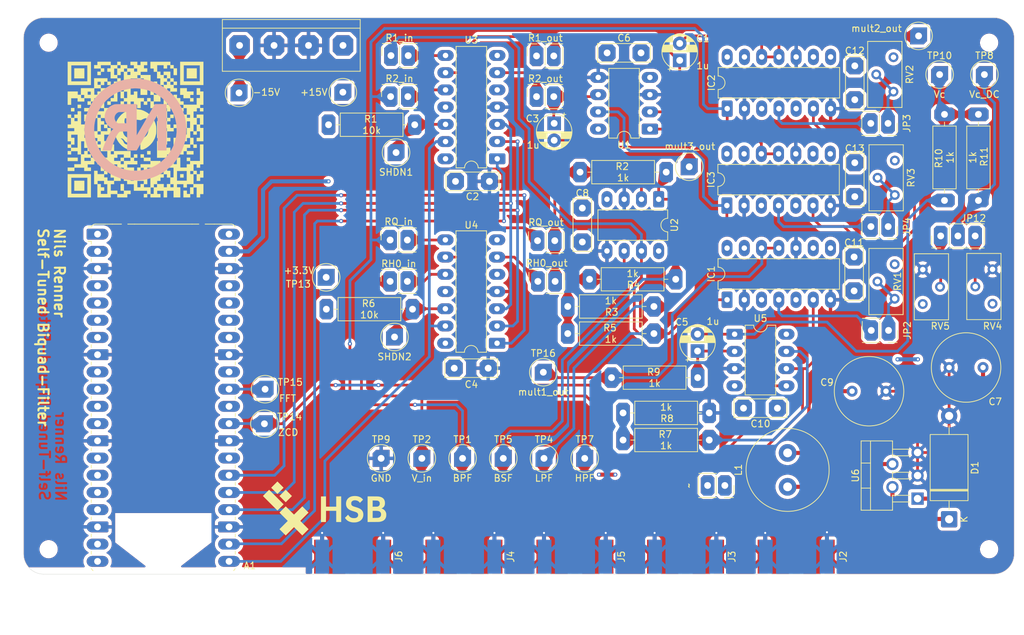
<source format=kicad_pcb>
(kicad_pcb (version 20241229) (generator "pcbnew") (generator_version "9.0")
  (layers (0 "F.Cu" signal) (4 "In1.Cu" power "GND") (6 "In2.Cu" power "PWR") (2 "B.Cu" signal) (13 "F.Paste" user) (15 "B.Paste" user) (5 "F.SilkS" user "F.Silkscreen") (7 "B.SilkS" user "B.Silkscreen") (1 "F.Mask" user) (3 "B.Mask" user) (25 "Edge.Cuts" user))
  (net 0 "")
  (net 1 "GND")
  (net 2 "MOSI")
  (net 3 "+3.3V")
  (net 4 "CS2")
  (net 5 "MISO")
  (net 6 "/ZCD")
  (net 7 "CS1")
  (net 8 "SCK")
  (net 9 "mult2_out")
  (net 10 "Net-(JP5-B)")
  (net 11 "mult3_out")
  (net 12 "Net-(JP9-B)")
  (net 13 "Net-(U5A--)")
  (net 14 "Net-(C5-Pad2)")
  (net 15 "-15V")
  (net 16 "+15V")
  (net 17 "mult1_out")
  (net 18 "unconnected-(IC1-NC_2-Pad5)")
  (net 19 "V_in")
  (net 23 "Net-(IC1-SCALE_FACTOR)")
  (net 24 "HPF")
  (net 25 "Vc")
  (net 26 "BPF")
  (net 29 "Net-(IC2-SCALE_FACTOR)")
  (net 33 "Net-(IC3-SCALE_FACTOR)")
  (net 37 "LPF")
  (net 38 "R1_in")
  (net 39 "Net-(JP2-A)")
  (net 40 "Net-(JP3-A)")
  (net 41 "Net-(JP4-A)")
  (net 42 "R1_out")
  (net 43 "R2_in")
  (net 44 "RQ_in")
  (net 45 "RH0_in")
  (net 46 "R2_out")
  (net 47 "Net-(JP10-B)")
  (net 48 "RQ_out")
  (net 49 "RH0_out")
  (net 50 "Net-(JP12-C)")
  (net 51 "Net-(JP12-A)")
  (net 52 "Net-(JP12-B)")
  (net 53 "Net-(U4-~SHDN)")
  (net 54 "Net-(U3-~SHDN)")
  (net 55 "Net-(U5B-+)")
  (net 56 "BSF")
  (net 57 "Net-(U2B--)")
  (net 85 "/FFT")
  (net 89 "Net-(D1-K)")
  (net 90 "Net-(JP13-A)")
  (footprint "000_OUF:TestPoint" (layer "F.Cu") (at 156.1 115.1)
    (property "Reference" "TP7" (hide yes))
    (property "Value" "HPF")
  )
  (footprint "001_CNC:BNC Edge Mount" (layer "F.Cu") (at 187.26 127.1 90)
    (property "Reference" "J2")
    (property "Value" "Conn_Coaxial")
  )
  (footprint "000_OUF:Resistor" (layer "F.Cu") (at 155.41 72.89)
    (property "Reference" "R2" (hide yes))
    (property "Value" "1k")
  )
  (footprint "000_OUF:TestPoint" (layer "F.Cu") (at 132.1 115.1)
    (property "Reference" "TP2" (hide yes))
    (property "Value" "V_in")
  )
  (footprint "000_OUF:TestPoint" (layer "F.Cu") (at 105.16 61.2 180)
    (property "Reference" "TP12" (hide yes))
    (property "Value" "-15V")
  )
  (footprint "000_OUF:Resistor" (layer "F.Cu") (at 118.35 65.9)
    (property "Reference" "R1" (hide yes))
    (property "Value" "10k")
  )
  (footprint "000_OUF:100nF" (layer "F.Cu") (at 137.06 74.25)
    (property "Reference" "C2" (hide yes))
    (property "Value" "100n" (hide yes))
  )
  (footprint "MountingHole:MountingHole_2.2mm_M2_DIN965" (layer "F.Cu") (at 215.7 53.8)
    (property "Reference" "H2" (hide yes))
    (property "Value" "MountingHole")
  )
  (footprint "000_OUF:DIP_14" (layer "F.Cu") (at 177.1 63.52 90)
    (property "Reference" "IC2")
    (property "Value" "MPY634KP")
  )
  (footprint "000_OUF:TestPoint" (layer "F.Cu") (at 108.9 110)
    (property "Reference" "TP14" (hide yes))
    (property "Value" "ZCD")
  )
  (footprint "000_OUF:TestPoint" (layer "F.Cu") (at 118 88.4 180)
    (property "Reference" "TP13" (hide yes))
    (property "Value" "+3.3V")
  )
  (footprint "000_OUF:DIP_14" (layer "F.Cu") (at 143.185 98.12 180)
    (property "Reference" "U4")
    (property "Value" "MCP4261-104E_P")
  )
  (footprint "000_OUF:Connector 2 Pin 2.54mm" (layer "F.Cu") (at 176.75 119.1 -90)
    (property "Reference" "JP13" (hide yes))
    (property "Value" "~")
  )
  (footprint "000_OUF:TestPoint" (layer "F.Cu") (at 215 58.5)
    (property "Reference" "TP8" (hide yes))
    (property "Value" "Vc_DC")
  )
  (footprint "000_OUF:100nF" (layer "F.Cu") (at 136.875 101.8)
    (property "Reference" "C4" (hide yes))
    (property "Value" "100n" (hide yes))
  )
  (footprint "000_OUF:TestPoint" (layer "F.Cu") (at 150.1 115.1)
    (property "Reference" "TP4" (hide yes))
    (property "Value" "LPF")
  )
  (footprint "000_OUF:Connector 2 Pin 2.54mm" (layer "F.Cu") (at 149 61.75 90)
    (property "Reference" "JP9" (hide yes))
    (property "Value" "R2_out")
  )
  (footprint "000_OUF:Resistor" (layer "F.Cu") (at 118.025 93.1)
    (property "Reference" "R6" (hide yes))
    (property "Value" "10k")
  )
  (footprint "000_OUF:DIP_8" (layer "F.Cu") (at 165.71 66.54 180)
    (property "Reference" "U1")
    (property "Value" "TL082")
  )
  (footprint "000_OUF:Terminal 4 Pol" (layer "F.Cu") (at 120.48 54.2 180)
    (property "Reference" "J1" (hide yes))
    (property "Value" "Screw_Terminal_01x04" (hide yes))
  )
  (footprint "000_OUF:1-10uF" (layer "F.Cu") (at 151.6 65.694888 -90)
    (property "Reference" "C3")
    (property "Value" "1u")
  )
  (footprint "000_OUF:TestPoint" (layer "F.Cu") (at 128.3 70)
    (property "Reference" "TP3" (hide yes))
    (property "Value" "SHDN1")
  )
  (footprint "000_OUF:100nF" (layer "F.Cu") (at 184.5 107.7 180)
    (property "Reference" "C10" (hide yes))
    (property "Value" "100n" (hide yes))
  )
  (footprint "000_OUF:Connector 2 Pin 2.54mm" (layer "F.Cu") (at 200.8 65.7 -90)
    (property "Reference" "JP3")
    (property "Value" "~" (hide yes))
  )
  (footprint "000_OUF:TestPoint" (layer "F.Cu") (at 138.1 115.1)
    (property "Reference" "TP1" (hide yes))
    (property "Value" "BPF")
  )
  (footprint "000_OUF:1-10uF" (layer "F.Cu") (at 170.1 56.405112 90)
    (property "Reference" "C1")
    (property "Value" "1u")
  )
  (footprint "000_OUF:1-10uF" (layer "F.Cu") (at 172.73 99.275113 90)
    (property "Reference" "C5")
    (property "Value" "1u")
  )
  (footprint "001_CNC:BNC Edge Mount" (layer "F.Cu") (at 121.9 127.1 90)
    (property "Reference" "J6")
    (property "Value" "Conn_Coaxial")
  )
  (footprint "000_OUF:TestPoint" (layer "F.Cu") (at 150 102.4)
    (property "Reference" "TP16" (hide yes))
    (property "Value" "mult1_out")
  )
  (footprint "000_OUF:Resistor" (layer "F.Cu") (at 174.45 108.4 180)
    (property "Reference" "R8" (hide yes))
    (property "Value" "1k")
  )
  (footprint "000_OUF:Connector 2 Pin 2.54mm" (layer "F.Cu") (at 149.2 89 90)
    (property "Reference" "JP11" (hide yes))
    (property "Value" "RH0_out")
  )
  (footprint "001_CNC:BNC Edge Mount" (layer "F.Cu") (at 138.3 127.1 90)
    (property "Reference" "J4")
    (property "Value" "Conn_Coaxial")
  )
  (footprint "Capacitor_THT:C_Radial_D10.0mm_H16.0mm_P5.00mm" (layer "F.Cu") (at 214.8 101.7 180)
    (property "Reference" "C7")
    (property "Value" "470uF")
  )
  (footprint "Potentiometer_THT:Potentiometer_Bourns_3296Y_Vertical" (layer "F.Cu") (at 201.6 61.02 -90)
    (property "Reference" "RV2")
    (property "Value" "10k")
  )
  (footprint "000_OUF:DIP_14" (layer "F.Cu") (at 177.08 91.71 90)
    (property "Reference" "IC1")
    (property "Value" "MPY634KP")
  )
  (footprint "000_OUF:DIP_14" (layer "F.Cu") (at 143.21 70.92 180)
    (property "Reference" "U3")
    (property "Value" "MCP4261-104E_P")
  )
  (footprint "000_OUF:Connector 2 Pin 2.54mm" (layer "F.Cu") (at 149 55.75 90)
    (property "Reference" "JP5" (hide yes))
    (property "Value" "R1_out")
  )
  (footprint "000_OUF:DIP_8" (layer "F.Cu") (at 178.19 96.79)
    (property "Reference" "U5")
    (property "Value" "TL082")
  )
  (footprint "000_OUF:TestPoint" (layer "F.Cu") (at 109 104.9)
    (property "Reference" "TP15" (hide yes))
    (property "Value" "FFT")
  )
  (footprint "Package_TO_SOT_THT:TO-220-5_P3.4x3.7mm_StaggerOdd_Lead3.8mm_Vertical" (layer "F.Cu") (at 205.15 121.04 90)
    (property "Reference" "U6")
    (property "Value" "LM2596T-3.3")
  )
  (footprint "000_OUF:Resistor" (layer "F.Cu") (at 166.3 92.7 180)
    (property "Reference" "R3" (hide yes))
    (property "Value" "1k")
  )
  (footprint "Inductor_THT:L_Radial_D12.0mm_P5.00mm_Fastron_11P" (layer "F.Cu") (at 186 119.3 90)
    (property "Reference" "L1")
    (property "Value" "68uH")
  )
  (footprint "Diode_THT:D_DO-27_P15.24mm_Horizontal" (layer "F.Cu") (at 209.8 124.08 90)
    (property "Reference" "D1")
    (property "Value" "1N5820")
  )
  (footprint "000_OUF:TestPoint" (layer "F.Cu") (at 205.3 52.8)
    (property "Reference" "TP17" (hide yes))
    (property "Value" "mult2_out")
  )
  (footprint "000_OUF:RaspberryPi_Pico_W_THT" (layer "F.Cu") (at 94 106.1625)
    (property "Reference" "A1")
    (property "Value" "RaspberryPi_Pico_W")
  )
  (footprint "000_OUF:Connector 2 Pin 2.54mm" (layer "F.Cu") (at 200.87 96.23 -90)
    (property "Reference" "JP2")
    (property "Value" "~" (hide yes))
  )
  (footprint "000_OUF:100nF" (layer "F.Cu") (at 159.4 55.3)
    (property "Reference" "C6" (hide yes))
    (property "Value" "100n" (hide yes))
  )
  (footprint "000_OUF:100nF" (layer "F.Cu") (at 195.8 90.4 90)
    (property "Reference" "C11" (hide yes))
    (property "Value" "100n" (hide yes))
  )
  (footprint "000_OUF:Connector 2 Pin 2.54mm" (layer "F.Cu") (at 127.5 61.75 90)
    (property "Reference" "JP6" (hide yes))
    (property "Value" "R2_in")
  )
  (footprint "000_OUF:Resistor" (layer "F.Cu") (at 160.05 103.2)
    (property "Reference" "R9" (hide yes))
    (property "Value" "1k")
  )
  (footprint "Potentiometer_THT:Potentiometer_Bourns_3296Y_Vertical" (layer "F.Cu") (at 205.92 87.26 90)
    (property "Reference" "RV5")
    (property "Value" "100k")
  )
  (footprint "000_OUF:DIP_14" (layer "F.Cu") (at 177.05 77.81 90)
    (property "Reference" "IC3")
    (property "Value" "MPY634KP")
  )
  (footprint "000_OUF:Resistor" (layer "F.Cu") (at 214.12 64.37 -90)
    (property "Reference" "R11" (hide yes))
    (property "Value" "1k")
  )
  (footprint "000_OUF:Connector 2 Pin 2.54mm" (layer "F.Cu") (at 149.15 83 90)
    (property "Reference" "JP10" (hide yes))
    (property "Value" "RQ_out")
  )
  (footprint "000_OUF:100nF" (layer "F.Cu") (at 155.75 83.19 90)
    (property "Reference" "C8" (hide yes))
    (property "Value" "100n" (hide yes))
  )
  (footprint "Potentiometer_THT:Potentiometer_Bourns_3296Y_Vertical" (layer "F.Cu") (at 201.8 76.26 -90)
    (property "Reference" "RV3")
    (property "Value" "10k")
  )
  (footprint "MountingHole:MountingHole_2.2mm_M2_DIN965" (layer "F.Cu") (at 215.7 128.5)
    (property "Reference" "H4" (hide yes))
    (property "Value" "MountingHole")
  )
  (footprint "000_OUF:TestPoint" (layer "F.Cu") (at 126.1 115.1)
    (property "Reference" "TP9" (hide yes))
    (property "Value" "GND")
  )
  (footprint "000_OUF:100nF" (layer "F.Cu") (at 195.9 76.5 90)
    (property "Reference" "C13" (hide yes))
    (property "Value" "100n" (hide yes))
  )
  (footprint "000_OUF:DIP_8" (layer "F.Cu") (at 167 76.89 -90)
    (property "Reference" "U2")
    (property "Value" "TL082")
  )
  (footprint "000_OUF:TestPoint" (layer "F.Cu") (at 120.46 61.1 180)
    (property "Reference" "TP11" (hide yes))
    (property "Value" "+15V")
  )
  (footprint "000_OUF:Connector 3 Pin 2,54mm" (layer "F.Cu") (at 211.1 82.3)
    (property "Reference" "JP12")
    (property "Value" "Jumper3" (hide yes))
  )
  (footprint "000_OUF:Resistor" (layer "F.Cu") (at 161.75 112.4)
    (property "Reference" "R7" (hide yes))
    (property "Value" "1k")
  )
  (footprint "001_CNC:BNC Edge Mount" (layer "F.Cu") (at 170.96 127.1 90)
    (property "Reference" "J3")
    (property "Value" "Conn_Coaxial")
  )
  (footprint "AQUA-link_bib:HSB_Logo" (layer "F.Cu") (at 117.9 122.5)
    (property "Reference" "G***" (hide yes))
    (property "Value" "LOGO" (hide yes))
  )
  (footprint "000_OUF:Connector 2 Pin 2.54mm" (layer "F.Cu") (at 127.425 82.9 90)
    (property "Reference" "JP7" (hide yes))
    (property "Value" "RQ_in")
  )
  (footprint "Potentiometer_THT:Potentiometer_Bourns_3296Y_Vertical" (layer "F.Cu") (at 201.78 91.56 -90)
    (property "Reference" "RV1")
    (property "Value" "10k")
  )
  (footprint "003_logos:git_qr" (layer "F.Cu") (at 89.9 66.6)
    (property "Reference" "Ref**" (hide yes))
    (property "Value" "Val**" (hide yes))
  )
  (footprint "000_OUF:100nF" (layer "F.Cu") (at 195.9 62.21 90)
    (property "Reference" "C12" (hide yes))
    (property "Value" "100n" (hide yes))
  )
  (footprint "000_OUF:TestPoint" (layer "F.Cu") (at 171.5 72.1)
    (property "Reference" "TP18" (hide yes))
    (property "Value" "mult3_out")
  )
  (footprint "000_OUF:Connector 2 Pin 2.54mm" (layer "F.Cu") (at 127.425 89 90)
    (property "Reference" "JP8" (hide yes))
    (property "Value" "RH0_in")
  )
  (footprint "000_OUF:Resistor" (layer "F.Cu") (at 209.12 77.07 90)
    (property "Reference" "R10" (hide yes))
    (property "Value" "1k")
  )
  (footprint "MountingHole:MountingHole_2.2mm_M2_DIN965" (layer "F.Cu") (at 77.1 53.8)
    (property "Reference" "H1" (hide yes))
    (property "Value" "MountingHole")
  )
  (footprint "000_OUF:Connector 2 Pin 2.54mm" (layer "F.Cu") (at 127.55 55.7 90)
    (property "Reference" "JP1" (hide yes))
    (property "Value" "R1_in")
  )
  (footprint "000_OUF:Connector 2 Pin 2.54mm" (layer "F.Cu") (at 200.82 80.92 -90)
    (property "Reference" "JP4")
    (property "Value" "~" (hide yes))
  )
  (footprint "MountingHole:MountingHole_2.2mm_M2_DIN965" (layer "F.Cu") (at 77.1 128.5)
    (property "Reference" "H3" (hide yes))
    (property "Value" "MountingHole")
  )
  (footprint "Capacitor_THT:C_Radial_D10.0mm_H16.0mm_P5.00mm" (layer "F.Cu") (at 195.5 105.2)
    (property "Reference" "C9")
    (property "Value" "330uF")
  )
  (footprint "Potentiometer_THT:Potentiometer_Bourns_3296Y_Vertical" (layer "F.Cu") (at 216.2 92.3 -90)
    (property "Reference" "RV4")
    (property "Value" "100k")
  )
  (footprint "001_CNC:BNC Edge Mount" (layer "F.Cu") (at 154.66 127.1 90)
    (property "Reference" "J5")
    (property "Value" "Conn_Coaxial")
  )
  (footprint "000_OUF:TestPoint" (layer "F.Cu") (at 208.4 58.5)
    (property "Reference" "TP10" (hide yes))
    (property "Value" "Vc")
  )
  (footprint "000_OUF:Resistor" (layer "F.Cu") (at 169.51 88.69 180)
    (property "Reference" "R4" (hide yes))
    (property "Value" "1k")
  )
  (footprint "000_OUF:TestPoint" (layer "F.Cu") (at 128.075 97.2)
    (property "Reference" "TP6" (hide yes))
    (property "Value" "SHDN2")
  )
  (footprint "000_OUF:TestPoint" (layer "F.Cu") (at 144.1 115.1)
    (property "Reference" "TP5" (hide yes))
    (property "Value" "BSF")
  )
  (footprint "000_OUF:Resistor" (layer "F.Cu") (at 153.6 96.7)
    (property "Reference" "R5" (hide yes))
    (property "Value" "1k")
  )
  (footprint "003_logos:logo_nils" (layer "B.Cu") (at 89.9 66.6 180)
    (property "Reference" "Ref**" (hide yes))
    (property "Value" "Val**" (hide yes))
  )
  (gr_arc (start 73.400001 53.099999) (mid 74.278681 50.97868) (end 76.4 50.1) (stroke (width 0.05)) (layer "Edge.Cuts"))
  (gr_line (start 216.4 50.1) (end 76.4 50.1) (stroke (width 0.05)) (layer "Edge.Cuts"))
  (gr_arc (start 76.4 132.178678) (mid 74.278681 131.299998) (end 73.400001 129.178679) (stroke (width 0.05)) (layer "Edge.Cuts"))
  (gr_line (start 216.4 132.178678) (end 76.4 132.178678) (stroke (width 0.05)) (layer "Edge.Cuts"))
  (gr_arc (start 219.39998 129.17868) (mid 218.5213 131.3) (end 216.39998 132.17868) (stroke (width 0.05)) (layer "Edge.Cuts"))
  (gr_arc (start 216.39998 50.1) (mid 218.5213 50.97868) (end 219.39998 53.1) (stroke (width 0.05)) (layer "Edge.Cuts"))
  (gr_line (start 219.39998 129.17868) (end 219.39998 53.1) (stroke (width 0.05)) (layer "Edge.Cuts"))
  (gr_line (start 73.400001 129.178679) (end 73.400001 53.099999) (stroke (width 0.05)) (layer "Edge.Cuts"))
  (gr_text "Version 1" (at 201.6 129.6 0) (layer "F.Cu" knockout) (effects (font (size 1.5 1.5) (thickness 0.3) (bold yes)) (justify left bottom)))
  (gr_text "Self-Tuned Biquad-Filter" (at 75.6 121.5 270) (layer "B.Cu" knockout) (effects (font (size 1.5 1.5) (thickness 0.3) (bold yes)) (justify left bottom mirror)))
  (gr_text "Nils Renner" (at 78 121.6 270) (layer "B.Cu" knockout) (effects (font (size 1.5 1.5) (thickness 0.3) (bold yes)) (justify left bottom mirror)))
  (gr_text "Nils Renner\nSelf-Tuned Biquad-Filter\n" (at 75.4 81 270) (layer "F.SilkS") (effects (font (size 1.5 1.5) (thickness 0.3) (bold yes)) (justify left bottom)))
  (segment (start 142.8 129.275) (end 143.225 129.7) (width 0.6) (layer "F.Cu") (net 1))
  (segment (start 166.4 126.1) (end 166.4 129.335) (width 0.6) (layer "F.Cu") (net 1))
  (segment (start 126.4 126.1) (end 126.4 129.275) (width 0.6) (layer "F.Cu") (net 1))
  (segment (start 205.15 106.95) (end 203.4 105.2) (width 0.4) (layer "F.Cu") (net 1))
  (segment (start 205.15 117.64) (end 205.15 114.24) (width 0.4) (layer "F.Cu") (net 1))
  (segment (start 150.1 126.1) (end 150.1 129.335) (width 0.6) (layer "F.Cu") (net 1))
  (segment (start 175.5 129.315) (end 175.885 129.7) (width 0.6) (layer "F.Cu") (net 1))
  (segment (start 150.1 129.335) (end 149.735 129.7) (width 0.6) (layer "F.Cu") (net 1))
  (segment (start 191.8 126) (end 191.8 129.315) (width 0.6) (layer "F.Cu") (net 1))
  (segment (start 175.5 126.1) (end 175.5 129.315) (width 0.6) (layer "F.Cu") (net 1))
  (segment (start 208.08 114.24) (end 209.8 112.52) (width 0.4) (layer "F.Cu") (net 1))
  (segment (start 117.4 126.1) (end 117.4 129.275) (width 0.6) (layer "F.Cu") (net 1))
  (segment (start 205.15 114.24) (end 208.08 114.24) (width 0.4) (layer "F.Cu") (net 1))
  (segment (start 159.2 126.1) (end 159.2 129.315) (width 0.6) (layer "F.Cu") (net 1))
  (segment (start 159.2 129.315) (end 159.585 129.7) (width 0.6) (layer "F.Cu") (net 1))
  (segment (start 205.15 114.24) (end 205.15 106.95) (width 0.4) (layer "F.Cu") (net 1))
  (segment (start 142.8 126.1) (end 142.8 129.275) (width 0.6) (layer "F.Cu") (net 1))
  (segment (start 209.8 108.84) (end 209.8 101.7) (width 0.4) (layer "F.Cu") (net 1))
  (segment (start 209.8 112.52) (end 209.8 108.84) (width 0.4) (layer "F.Cu") (net 1))
  (segment (start 182.7 126.1) (end 182.7 129.335) (width 0.6) (layer "F.Cu") (net 1))
  (segment (start 126.4 129.275) (end 126.825 129.7) (width 0.6) (layer "F.Cu") (net 1))
  (segment (start 117.4 129.275) (end 116.975 129.7) (width 0.6) (layer "F.Cu") (net 1))
  (segment (start 191.8 129.315) (end 192.185 129.7) (width 0.6) (layer "F.Cu") (net 1))
  (segment (start 203.4 105.2) (end 200.5 105.2) (width 0.4) (layer "F.Cu") (net 1))
  (segment (start 166.4 129.335) (end 166.035 129.7) (width 0.6) (layer "F.Cu") (net 1))
  (segment (start 182.7 129.335) (end 182.335 129.7) (width 0.6) (layer "F.Cu") (net 1))
  (segment (start 133.8 129.275) (end 133.375 129.7) (width 0.6) (layer "F.Cu") (net 1))
  (segment (start 133.8 126.1) (end 133.8 129.275) (width 0.6) (layer "F.Cu") (net 1))
  (via (at 166.4 126.1) (size 0.6) (drill 0.3) (layers "F.Cu" "B.Cu") (net 1))
  (via (at 191.8 126) (size 0.6) (drill 0.3) (layers "F.Cu" "B.Cu") (net 1))
  (via (at 175.5 126.1) (size 0.6) (drill 0.3) (layers "F.Cu" "B.Cu") (net 1))
  (via (at 133.8 126.1) (size 0.6) (drill 0.3) (layers "F.Cu" "B.Cu") (net 1))
  (via (at 117.4 126.1) (size 0.6) (drill 0.3) (layers "F.Cu" "B.Cu") (net 1))
  (via (at 159.2 126.1) (size 0.6) (drill 0.3) (layers "F.Cu" "B.Cu") (net 1))
  (via (at 126.4 126.1) (size 0.6) (drill 0.3) (layers "F.Cu" "B.Cu") (net 1))
  (via (at 142.8 126.1) (size 0.6) (drill 0.3) (layers "F.Cu" "B.Cu") (net 1))
  (via (at 182.7 126.1) (size 0.6) (drill 0.3) (layers "F.Cu" "B.Cu") (net 1))
  (via (at 150.1 126.1) (size 0.6) (drill 0.3) (layers "F.Cu" "B.Cu") (net 1))
  (segment (start 166.4 129.6) (end 166.5 129.7) (width 0.6) (layer "B.Cu") (net 1))
  (segment (start 166.4 126.1) (end 166.4 129.6) (width 0.6) (layer "B.Cu") (net 1))
  (segment (start 191.8 126) (end 191.8 129.62) (width 0.6) (layer "B.Cu") (net 1))
  (segment (start 142.8 126.1) (end 142.8 129.66) (width 0.6) (layer "B.Cu") (net 1))
  (segment (start 126.4 129.66) (end 126.36 129.7) (width 0.6) (layer "B.Cu") (net 1))
  (segment (start 133.8 129.66) (end 133.84 129.7) (width 0.6) (layer "B.Cu") (net 1))
  (segment (start 175.5 126.1) (end 175.5 129.62) (width 0.6) (layer "B.Cu") (net 1))
  (segment (start 133.8 126.1) (end 133.8 129.66) (width 0.6) (layer "B.Cu") (net 1))
  (segment (start 150.1 129.6) (end 150.2 129.7) (width 0.6) (layer "B.Cu") (net 1))
  (segment (start 150.1 126.1) (end 150.1 129.6) (width 0.6) (layer "B.Cu") (net 1))
  (segment (start 159.2 126.1) (end 159.2 129.62) (width 0.6) (layer "B.Cu") (net 1))
  (segment (start 117.4 126.1) (end 117.4 129.66) (width 0.6) (layer "B.Cu") (net 1))
  (segment (start 175.5 129.62) (end 175.42 129.7) (width 0.6) (layer "B.Cu") (net 1))
  (segment (start 126.4 126.1) (end 126.4 129.66) (width 0.6) (layer "B.Cu") (net 1))
  (segment (start 191.8 129.62) (end 191.72 129.7) (width 0.6) (layer "B.Cu") (net 1))
  (segment (start 159.2 129.62) (end 159.12 129.7) (width 0.6) (layer "B.Cu") (net 1))
  (segment (start 182.7 126.1) (end 182.7 129.6) (width 0.6) (layer "B.Cu") (net 1))
  (segment (start 117.4 129.66) (end 117.44 129.7) (width 0.6) (layer "B.Cu") (net 1))
  (segment (start 182.7 129.6) (end 182.8 129.7) (width 0.6) (layer "B.Cu") (net 1))
  (segment (start 142.8 129.66) (end 142.76 129.7) (width 0.6) (layer "B.Cu") (net 1))
  (segment (start 145.2 77.5) (end 120.2 77.5) (width 0.4) (layer "F.Cu") (net 2))
  (via (at 120.2 77.5) (size 0.6) (drill 0.3) (layers "F.Cu" "B.Cu") (net 2))
  (via (at 145.2 77.5) (size 0.6) (drill 0.3) (layers "F.Cu" "B.Cu") (net 2))
  (segment (start 113.3 118.6) (end 111.7675 120.1325) (width 0.4) (layer "B.Cu") (net 2))
  (segment (start 145.2 92.4) (end 144.56 93.04) (width 0.4) (layer "B.Cu") (net 2))
  (segment (start 144.56 93.04) (end 143.185 93.04) (width 0.4) (layer "B.Cu") (net 2))
  (segment (start 143.21 65.84) (end 144.44 65.84) (width 0.4) (layer "B.Cu") (net 2))
  (segment (start 145.2 66.6) (end 145.2 92.4) (width 0.4) (layer "B.Cu") (net 2))
  (segment (start 113.3 78.8) (end 113.3 118.6) (width 0.4) (layer "B.Cu") (net 2))
  (segment (start 114.6 77.5) (end 113.3 78.8) (width 0.4) (layer "B.Cu") (net 2))
  (segment (start 111.7675 120.1325) (end 103.69 120.1325) (width 0.4) (layer "B.Cu") (net 2))
  (segment (start 120.2 77.5) (end 114.6 77.5) (width 0.4) (layer "B.Cu") (net 2))
  (segment (start 144.44 65.84) (end 145.2 66.6) (width 0.4) (layer "B.Cu") (net 2))
  (via (at 118.35 74.25) (size 0.6) (drill 0.3) (layers "F.Cu" "B.Cu") (net 3))
  (segment (start 108.7 75.5) (end 108.7 82.4) (width 0.6) (layer "B.Cu") (net 3))
  (segment (start 108.7 82.4) (end 106.5275 84.5725) (width 0.6) (layer "B.Cu") (net 3))
  (segment (start 106.5275 84.5725) (end 103.69 84.5725) (width 0.6) (layer "B.Cu") (net 3))
  (segment (start 109.95 74.25) (end 108.7 75.5) (width 0.6) (layer "B.Cu") (net 3))
  (segment (start 118.35 74.25) (end 109.95 74.25) (width 0.6) (layer "B.Cu") (net 3))
  (segment (start 147.2 76.3) (end 120.2 76.3) (width 0.4) (layer "F.Cu") (net 4))
  (via (at 147.2 76.3) (size 0.6) (drill 0.3) (layers "F.Cu" "B.Cu") (net 4))
  (via (at 120.2 76.3) (size 0.6) (drill 0.3) (layers "F.Cu" "B.Cu") (net 4))
  (segment (start 145.28 98.12) (end 143.185 98.12) (width 0.4) (layer "B.Cu") (net 4))
  (segment (start 111.8 78.2) (end 111.8 116.2) (width 0.4) (layer "B.Cu") (net 4))
  (segment (start 147.2 96.2) (end 145.28 98.12) (width 0.4) (layer "B.Cu") (net 4))
  (segment (start 110.4075 117.5925) (end 103.69 117.5925) (width 0.4) (layer "B.Cu") (net 4))
  (segment (start 113.7 76.3) (end 111.8 78.2) (width 0.4) (layer "B.Cu") (net 4))
  (segment (start 111.8 116.2) (end 110.4075 117.5925) (width 0.4) (layer "B.Cu") (net 4))
  (segment (start 147.2 76.3) (end 147.2 96.2) (width 0.4) (layer "B.Cu") (net 4))
  (segment (start 120.2 76.3) (end 113.7 76.3) (width 0.4) (layer "B.Cu") (net 4))
  (segment (start 135.565 95.58) (end 133.2 95.58) (width 0.4) (layer "B.Cu") (net 5))
  (segment (start 133.2 95.1) (end 133.2 100.1) (width 0.4) (layer "B.Cu") (net 5))
  (segment (start 117.8 115.5) (end 117.8 123.8) (width 0.4) (layer "B.Cu") (net 5))
  (segment (start 133.2 95.58) (end 133.2 95.1) (width 0.4) (layer "B.Cu") (net 5))
  (segment (start 133.2 69.4) (end 134.22 68.38) (width 0.4) (layer "B.Cu") (net 5))
  (segment (start 134.22 68.38) (end 135.59 68.38) (width 0.4) (layer "B.Cu") (net 5))
  (segment (start 133.2 100.1) (end 117.8 115.5) (width 0.4) (layer "B.Cu") (net 5))
  (segment (start 117.8 123.8) (end 111.3075 130.2925) (width 0.4) (layer "B.Cu") (net 5))
  (segment (start 133.2 95.1) (end 133.2 69.4) (width 0.4) (layer "B.Cu") (net 5))
  (segment (start 111.3075 130.2925) (end 103.69 130.2925) (width 0.4) (layer "B.Cu") (net 5))
  (segment (start 111.5 110) (end 108.9 110) (width 0.4) (layer "F.Cu") (net 6))
  (segment (start 130.249 104.299) (end 156.799 104.299) (width 0.4) (layer "F.Cu") (net 6))
  (segment (start 125.7 104.3) (end 130.248 104.3) (width 0.4) (layer "F.Cu") (net 6))
  (segment (start 164.7 105.7) (end 171.4 112.4) (width 0.4) (layer "F.Cu") (net 6))
  (segment (start 130.248 104.3) (end 130.249 104.299) (width 0.4) (layer "F.Cu") (net 6))
  (segment (start 156.799 104.299) (end 158.2 105.7) (width 0.4) (layer "F.Cu") (net 6))
  (segment (start 119.4 104.3) (end 117.2 104.3) (width 0.4) (layer "F.Cu") (net 6))
  (segment (start 171.4 112.4) (end 174.45 112.4) (width 0.4) (layer "F.Cu") (net 6))
  (segment (start 158.2 105.7) (end 164.7 105.7) (width 0.4) (layer "F.Cu") (net 6))
  (segment (start 117.2 104.3) (end 111.5 110) (width 0.4) (layer "F.Cu") (net 6))
  (via (at 119.4 104.3) (size 0.6) (drill 0.3) (layers "F.Cu" "B.Cu") (net 6))
  (via (at 125.7 104.3) (size 0.6) (drill 0.3) (layers "F.Cu" "B.Cu") (net 6))
  (segment (start 188.9 107.4) (end 183.9 112.4) (width 0.4) (layer "B.Cu") (net 6))
  (segment (start 119.4 104.3) (end 119.5 104.3) (width 0.4) (layer "B.Cu") (net 6))
  (segment (start 188.9 100.4) (end 188.9 107.4) (width 0.4) (layer "B.Cu") (net 6))
  (segment (start 108.8725 109.9725) (end 108.9 110) (width 0.4) (layer "B.Cu") (net 6))
  (segment (start 103.69 109.9725) (end 108.8725 109.9725) (width 0.4) (layer "B.Cu") (net 6))
  (segment (start 187.83 99.33) (end 188.9 100.4) (width 0.4) (layer "B.Cu") (net 6))
  (segment (start 119.4 104.3) (end 125.7 104.3) (width 0.4) (layer "B.Cu") (net 6))
  (segment (start 183.9 112.4) (end 174.45 112.4) (width 0.4) (layer "B.Cu") (net 6))
  (segment (start 185.81 99.33) (end 187.83 99.33) (width 0.4) (layer "B.Cu") (net 6))
  (segment (start 144.2 80.1) (end 120.2 80.1) (width 0.4) (layer "F.Cu") (net 7))
  (via (at 120.2 80.1) (size 0.6) (drill 0.3) (layers "F.Cu" "B.Cu") (net 7))
  (via (at 144.2 80.1) (size 0.6) (drill 0.3) (layers "F.Cu" "B.Cu") (net 7))
  (segment (start 116.3 80.5) (end 116.3 122.8) (width 0.4) (layer "B.Cu") (net 7))
  (segment (start 120.2 80.1) (end 116.7 80.1) (width 0.4) (layer "B.Cu") (net 7))
  (segment (start 111.4 127.7) (end 103.7425 127.7) (width 0.4) (layer "B.Cu") (net 7))
  (segment (start 144.2 80.1) (end 144.2 73.1) (width 0.4) (layer "B.Cu") (net 7))
  (segment (start 144.2 73.1) (end 143.21 72.11) (width 0.4) (layer "B.Cu") (net 7))
  (segment (start 143.21 72.11) (end 143.21 70.92) (width 0.4) (layer "B.Cu") (net 7))
  (segment (start 116.7 80.1) (end 116.3 80.5) (width 0.4) (layer "B.Cu") (net 7))
  (segment (start 103.7425 127.7) (end 103.69 127.7525) (width 0.4) (layer "B.Cu") (net 7))
  (segment (start 116.3 122.8) (end 111.4 127.7) (width 0.4) (layer "B.Cu") (net 7))
  (segment (start 146.2 68.38) (end 143.21 68.38) (width 0.4) (layer "F.Cu") (net 8))
  (segment (start 146.2 68.38) (end 146.22 68.4) (width 0.4) (layer "F.Cu") (net 8))
  (segment (start 146.2 78.5) (end 120.2 78.5) (width 0.4) (layer "F.Cu") (net 8))
  (via (at 120.2 78.5) (size 0.6) (drill 0.3) (layers "F.Cu" "B.Cu") (net 8))
  (via (at 146.2 78.5) (size 0.6) (drill 0.3) (layers "F.Cu" "B.Cu") (net 8))
  (via (at 146.2 68.38) (size 0.6) (drill 0.3) (layers "F.Cu" "B.Cu") (net 8))
  (segment (start 114.8 79.2) (end 114.8 120.9) (width 0.4) (layer "B.Cu") (net 8))
  (segment (start 120.2 78.5) (end 115.5 78.5) (width 0.4) (layer "B.Cu") (net 8))
  (segment (start 145.52 95.58) (end 143.185 95.58) (width 0.4) (layer "B.Cu") (net 8))
  (segment (start 146.2 68.38) (end 146.2 78.5) (width 0.4) (layer "B.Cu") (net 8))
  (segment (start 146.2 78.5) (end 146.2 94.9) (width 0.4) (layer "B.Cu") (net 8))
  (segment (start 114.8 120.9) (end 113.0275 122.6725) (width 0.4) (layer "B.Cu") (net 8))
  (segment (start 113.0275 122.6725) (end 103.69 122.6725) (width 0.4) (layer "B.Cu") (net 8))
  (segment (start 146.2 94.9) (end 145.52 95.58) (width 0.4) (layer "B.Cu") (net 8))
  (segment (start 115.5 78.5) (end 114.8 79.2) (width 0.4) (layer "B.Cu") (net 8))
  (segment (start 184.72 55.9) (end 184.72 53.58) (width 0.4) (layer "F.Cu") (net 9))
  (segment (start 185.5 52.8) (end 205.3 52.8) (width 0.4) (layer "F.Cu") (net 9))
  (segment (start 170.1 53.905112) (end 171.205112 52.8) (width 0.4) (layer "F.Cu") (net 9))
  (segment (start 181.28 52.8) (end 182.18 53.7) (width 0.4) (layer "F.Cu") (net 9))
  (segment (start 171.205112 52.8) (end 181.28 52.8) (width 0.4) (layer "F.Cu") (net 9))
  (segment (start 182.18 53.7) (end 182.18 55.9) (width 0.4) (layer "F.Cu") (net 9))
  (segment (start 184.72 53.58) (end 185.5 52.8) (width 0.4) (layer "F.Cu") (net 9))
  (segment (start 182.18 55.9) (end 184.72 55.9) (width 0.4) (layer "F.Cu") (net 9))
  (segment (start 151.54 55.75) (end 151.54 53.86) (width 0.4) (layer "F.Cu") (net 10))
  (segment (start 170.1 62.8) (end 168.9 64) (width 0.4) (layer "F.Cu") (net 10))
  (segment (start 170.1 56.405112) (end 170.1 62.8) (width 0.4) (layer "F.Cu") (net 10))
  (segment (start 169.905112 56.405112) (end 170.1 56.405112) (width 0.4) (layer "F.Cu") (net 10))
  (segment (start 166.4 52.9) (end 169.905112 56.405112) (width 0.4) (layer "F.Cu") (net 10))
  (segment (start 152.5 52.9) (end 166.4 52.9) (width 0.4) (layer "F.Cu") (net 10))
  (segment (start 151.54 53.86) (end 152.5 52.9) (width 0.4) (layer "F.Cu") (net 10))
  (segment (start 168.9 64) (end 165.71 64) (width 0.4) (layer "F.Cu") (net 10))
  (segment (start 172.7 68) (end 181.5 68) (width 0.4) (layer "F.Cu") (net 11))
  (segment (start 151.6 68.194888) (end 151.605112 68.2) (width 0.4) (layer "F.Cu") (net 11))
  (segment (start 181.5 68) (end 182.13 68.63) (width 0.4) (layer "F.Cu") (net 11))
  (segment (start 154.3 69.2) (end 171.5 69.2) (width 0.4) (layer "F.Cu") (net 11))
  (segment (start 171.5 69.2) (end 172.7 68) (width 0.4) (layer "F.Cu") (net 11))
  (segment (start 171.5 69.2) (end 171.5 72.1) (width 0.4) (layer "F.Cu") (net 11))
  (segment (start 153.3 68.2) (end 154.3 69.2) (width 0.4) (layer "F.Cu") (net 11))
  (segment (start 182.13 68.63) (end 182.13 70.19) (width 0.4) (layer "F.Cu") (net 11))
  (segment (start 182.13 70.19) (end 184.67 70.19) (width 0.4) (layer "F.Cu") (net 11))
  (segment (start 151.605112 68.2) (end 153.3 68.2) (width 0.4) (layer "F.Cu") (net 11))
  (segment (start 157.8 61.75) (end 158.09 61.46) (width 0.4) (layer "F.Cu") (net 12))
  (segment (start 151.54 61.75) (end 157.8 61.75) (width 0.4) (layer "F.Cu") (net 12))
  (segment (start 151.54 61.75) (end 151.54 65.634888) (width 0.4) (layer "F.Cu") (net 12))
  (segment (start 151.54 65.634888) (end 151.6 65.694888) (width 0.4) (layer "F.Cu") (net 12))
  (segment (start 172.75 103.2) (end 172.75 99.295113) (width 0.4) (layer "F.Cu") (net 13))
  (segment (start 178.135113 99.275113) (end 178.19 99.33) (width 0.4) (layer "F.Cu") (net 13))
  (segment (start 172.75 99.295113) (end 172.73 99.275113) (width 0.4) (layer "F.Cu") (net 13))
  (segment (start 172.73 99.275113) (end 178.135113 99.275113) (width 0.4) (layer "F.Cu") (net 13))
  (segment (start 172.744887 96.79) (end 172.73 96.775113) (width 0.4) (layer "F.Cu") (net 14))
  (segment (start 178.19 96.79) (end 172.744887 96.79) (width 0.4) (layer "F.Cu") (net 14))
  (segment (start 203.7 97.8) (end 203.7 79.9) (width 0.4) (layer "B.Cu") (net 14))
  (segment (start 178.19 96.79) (end 181.11 96.79) (width 0.4) (layer "B.Cu") (net 14))
  (segment (start 191.8 95) (end 196.1 99.3) (width 0.4) (layer "B.Cu") (net 14))
  (segment (start 206.53 77.07) (end 209.12 77.07) (width 0.4) (layer "B.Cu") (net 14))
  (segment (start 181.11 96.79) (end 182.9 95) (width 0.4) (layer "B.Cu") (net 14))
  (segment (start 202.2 99.3) (end 203.7 97.8) (width 0.4) (layer "B.Cu") (net 14))
  (segment (start 182.9 95) (end 191.8 95) (width 0.4) (layer "B.Cu") (net 14))
  (segment (start 203.7 79.9) (end 206.53 77.07) (width 0.4) (layer "B.Cu") (net 14))
  (segment (start 196.1 99.3) (end 202.2 99.3) (width 0.4) (layer "B.Cu") (net 14))
  (segment (start 105.24 54.2) (end 105.24 61.12) (width 0.6) (layer "F.Cu") (net 15))
  (segment (start 105.24 61.12) (end 105.16 61.2) (width 0.6) (layer "F.Cu") (net 15))
  (segment (start 160.6 117.5) (end 158.2 117.5) (width 0.6) (layer "F.Cu") (net 15))
  (via (at 158.2 117.5) (size 0.6) (drill 0.3) (layers "F.Cu" "B.Cu") (net 15))
  (via (at 160.6 117.5) (size 0.6) (drill 0.3) (layers "F.Cu" "B.Cu") (net 15))
  (segment (start 214.8 101.7) (end 214.8 118.3) (width 0.6) (layer "F.Cu") (net 16))
  (segment (start 214.8 118.3) (end 212.06 121.04) (width 0.6) (layer "F.Cu") (net 16))
  (segment (start 212.06 121.04) (end 205.15 121.04) (width 0.6) (layer "F.Cu") (net 16))
  (via (at 202.2 100.5) (size 0.6) (drill 0.3) (layers "F.Cu" "B.Cu") (net 16))
  (via (at 205.2 100.5) (size 0.6) (drill 0.3) (layers "F.Cu" "B.Cu") (net 16))
  (segment (start 202.2 100.5) (end 205.2 100.5) (width 0.6) (layer "B.Cu") (net 16))
  (segment (start 182.16 84.09) (end 184.7 84.09) (width 0.4) (layer "F.Cu") (net 17))
  (segment (start 160.05 103.2) (end 150.8 103.2) (width 0.4) (layer "F.Cu") (net 17))
  (segment (start 150.8 103.2) (end 150 102.4) (width 0.4) (layer "F.Cu") (net 17))
  (segment (start 182.2 86.4) (end 180.3 88.3) (width 0.4) (layer "B.Cu") (net 17))
  (segment (start 180.3 88.3) (end 174.6 88.3) (width 0.4) (layer "B.Cu") (net 17))
  (segment (start 182.2 84.13) (end 182.2 86.4) (width 0.4) (layer "B.Cu") (net 17))
  (segment (start 182.16 84.09) (end 182.2 84.13) (width 0.4) (layer "B.Cu") (net 17))
  (segment (start 166.7 103.2) (end 160.05 103.2) (width 0.4) (layer "B.Cu") (net 17))
  (segment (start 169 100.9) (end 166.7 103.2) (width 0.4) (layer "B.Cu") (net 17))
  (segment (start 174.6 88.3) (end 169 93.9) (width 0.4) (layer "B.Cu") (net 17))
  (segment (start 169 93.9) (end 169 100.9) (width 0.4) (layer "B.Cu") (net 17))
  (segment (start 189.78 91.71) (end 189.78 100.82) (width 0.4) (layer "F.Cu") (net 19))
  (segment (start 121.9 126.8) (end 121.9 129.7) (width 0.4) (layer "F.Cu") (net 19))
  (segment (start 156.3 105.9) (end 159.2 108.8) (width 0.4) (layer "F.Cu") (net 19))
  (segment (start 132.1 115.1) (end 132.1 123.8) (width 0.4) (layer "F.Cu") (net 19))
  (segment (start 180 116.3) (end 188.2 108.1) (width 0.4) (layer "F.Cu") (net 19))
  (segment (start 127.425 89) (end 123.9 89) (width 0.4) (layer "F.Cu") (net 19))
  (segment (start 123.9 89) (end 123.2 89.7) (width 0.4) (layer "F.Cu") (net 19))
  (segment (start 132.1 105.9) (end 132.1 115.1) (width 0.4) (layer "F.Cu") (net 19))
  (segment (start 188.2 101.87) (end 185.81 101.87) (width 0.4) (layer "F.Cu") (net 19))
  (segment (start 132.1 123.8) (end 130.7 125.2) (width 0.4) (layer "F.Cu") (net 19))
  (segment (start 161.2 116.3) (end 180 116.3) (width 0.4) (layer "F.Cu") (net 19))
  (segment (start 159.2 108.8) (end 159.2 114.3) (width 0.4) (layer "F.Cu") (net 19))
  (segment (start 189.78 100.82) (end 188.73 101.87) (width 0.4) (layer "F.Cu") (net 19))
  (segment (start 123.2 105.1) (end 124 105.9) (width 0.4) (layer "F.Cu") (net 19))
  (segment (start 188.2 108.1) (end 188.2 101.87) (width 0.4) (layer "F.Cu") (net 19))
  (segment (start 159.2 114.3) (end 161.2 116.3) (width 0.4) (layer "F.Cu") (net 19))
  (segment (start 130.7 125.2) (end 123.5 125.2) (width 0.4) (layer "F.Cu") (net 19))
  (segment (start 123.2 89.7) (end 123.2 105.1) (width 0.4) (layer "F.Cu") (net 19))
  (segment (start 124 105.9) (end 156.3 105.9) (width 0.4) (layer "F.Cu") (net 19))
  (segment (start 188.73 101.87) (end 188.2 101.87) (width 0.4) (layer "F.Cu") (net 19))
  (segment (start 123.5 125.2) (end 121.9 126.8) (width 0.4) (layer "F.Cu") (net 19))
  (segment (start 184.7 93.6) (end 184.7 91.71) (width 0.4) (layer "B.Cu") (net 23))
  (segment (start 196.2 94.1) (end 185.2 94.1) (width 0.4) (layer "B.Cu") (net 23))
  (segment (start 198.33 96.23) (end 196.2 94.1) (width 0.4) (layer "B.Cu") (net 23))
  (segment (start 185.2 94.1) (end 184.7 93.6) (width 0.4) (layer "B.Cu") (net 23))
  (segment (start 164.1 96.7) (end 163.4 96) (width 0.4) (layer "F.Cu") (net 24))
  (segment (start 156.1 121) (end 157.2 122.1) (width 0.4) (layer "F.Cu") (net 24))
  (segment (start 163.4 96) (end 163.4 89.5) (width 0.4) (layer "F.Cu") (net 24))
  (segment (start 187.26 123.26) (end 187.26 129.7) (width 0.4) (layer "F.Cu") (net 24))
  (segment (start 166.3 96.7) (end 164.1 96.7) (width 0.4) (layer "F.Cu") (net 24))
  (segment (start 156.1 115.1) (end 156.1 121) (width 0.4) (layer "F.Cu") (net 24))
  (segment (start 157.2 122.1) (end 186.1 122.1) (width 0.4) (layer "F.Cu") (net 24))
  (segment (start 173.49 91.71) (end 168.5 96.7) (width 0.4) (layer "F.Cu") (net 24))
  (segment (start 164.46 88.44) (end 164.46 84.51) (width 0.4) (layer "F.Cu") (net 24))
  (segment (start 186.1 122.1) (end 187.26 123.26) (width 0.4) (layer "F.Cu") (net 24))
  (segment (start 168.5 96.7) (end 166.3 96.7) (width 0.4) (layer "F.Cu") (net 24))
  (segment (start 163.4 89.5) (end 164.46 88.44) (width 0.4) (layer "F.Cu") (net 24))
  (segment (start 177.08 91.71) (end 173.49 91.71) (width 0.4) (layer "F.Cu") (net 24))
  (segment (start 154.1 80.5) (end 147.9 74.3) (width 0.4) (layer "B.Cu") (net 24))
  (segment (start 164.46 84.51) (end 164.46 82.06) (width 0.4) (layer "B.Cu") (net 24))
  (segment (start 166.3 96.7) (end 162.8 96.7) (width 0.4) (layer "B.Cu") (net 24))
  (segment (start 128.7 53) (end 127.55 54.15) (width 0.4) (layer "B.Cu") (net 24))
  (segment (start 147.9 66.5) (end 146.4 65) (width 0.4) (layer "B.Cu") (net 24))
  (segment (start 156.1 103.4) (end 156.1 115.1) (width 0.4) (layer "B.Cu") (net 24))
  (segment (start 164.46 82.06) (end 162.9 80.5) (width 0.4) (layer "B.Cu") (net 24))
  (segment (start 147.9 74.3) (end 147.9 66.5) (width 0.4) (layer "B.Cu") (net 24))
  (segment (start 162.8 96.7) (end 156.1 103.4) (width 0.4) (layer "B.Cu") (net 24))
  (segment (start 144.8 53) (end 128.7 53) (width 0.4) (layer "B.Cu") (net 24))
  (segment (start 146.4 65) (end 146.4 54.6) (width 0.4) (layer "B.Cu") (net 24))
  (segment (start 146.4 54.6) (end 144.8 53) (width 0.4) (layer "B.Cu") (net 24))
  (segment (start 127.55 54.15) (end 127.55 55.7) (width 0.4) (layer "B.Cu") (net 24))
  (segment (start 162.9 80.5) (end 154.1 80.5) (width 0.4) (layer "B.Cu") (net 24))
  (segment (start 204.7 81.3) (end 204.7 76.5) (width 0.4) (layer "F.Cu") (net 25))
  (segment (start 209.12 68.4) (end 209.12 64.37) (width 0.4) (layer "F.Cu") (net 25))
  (segment (start 204.7 76.5) (end 209.12 72.08) (width 0.4) (layer "F.Cu") (net 25))
  (segment (start 196.92 83.52) (end 202.48 83.52) (width 0.4) (layer "F.Cu") (net 25))
  (segment (start 189.8 63.52) (end 189.8 65.6) (width 0.4) (layer "F.Cu") (net 25))
  (segment (start 189.75 79.75) (end 190.9 80.9) (width 0.4) (layer "F.Cu") (net 25))
  (segment (start 189.8 65.6) (end 191.4 67.2) (width 0.4) (layer "F.Cu") (net 25))
  (segment (start 195.4 67.2) (end 196.6 68.4) (width 0.4) (layer "F.Cu") (net 25))
  (segment (start 202.48 83.52) (end 204.7 81.3) (width 0.4) (layer "F.Cu") (net 25))
  (segment (start 209.12 72.08) (end 209.12 68.4) (width 0.4) (layer "F.Cu") (net 25))
  (segment (start 209.12 64.37) (end 214.12 64.37) (width 0.4) (layer "F.Cu") (net 25))
  (segment (start 191.4 67.2) (end 195.4 67.2) (width 0.4) (layer "F.Cu") (net 25))
  (segment (start 196.6 68.4) (end 209.12 68.4) (width 0.4) (layer "F.Cu") (net 25))
  (segment (start 189.75 77.81) (end 189.75 79.75) (width 0.4) (layer "F.Cu") (net 25))
  (segment (start 194.3 80.9) (end 196.92 83.52) (width 0.4) (layer "F.Cu") (net 25))
  (segment (start 190.9 80.9) (end 194.3 80.9) (width 0.4) (layer "F.Cu") (net 25))
  (segment (start 208.4 63.65) (end 209.12 64.37) (width 0.4) (layer "B.Cu") (net 25))
  (segment (start 208.4 58.5) (end 208.4 63.65) (width 0.4) (layer "B.Cu") (net 25))
  (segment (start 165.71 66.54) (end 176.06 66.54) (width 0.4) (layer "F.Cu") (net 26))
  (segment (start 177.1 65.5) (end 177.1 63.52) (width 0.4) (layer "F.Cu") (net 26))
  (segment (start 138.1 115.1) (end 138.1 125.1) (width 0.4) (layer "F.Cu") (net 26))
  (segment (start 122.3 107.2) (end 121.5 106.4) (width 0.4) (layer "F.Cu") (net 26))
  (segment (start 121.5 106.4) (end 121.5 98.2) (width 0.4) (layer "F.Cu") (net 26))
  (segment (start 138.3 125.3) (end 138.3 129.7) (width 0.4) (layer "F.Cu") (net 26))
  (segment (start 138.1 125.1) (end 138.3 125.3) (width 0.4) (layer "F.Cu") (net 26))
  (segment (start 131.1 107.2) (end 122.3 107.2) (width 0.4) (layer "F.Cu") (net 26))
  (segment (start 176.06 66.54) (end 177.1 65.5) (width 0.4) (layer "F.Cu") (net 26))
  (via (at 121.5 98.2) (size 0.6) (drill 0.3) (layers "F.Cu" "B.Cu") (net 26))
  (via (at 131.1 107.2) (size 0.6) (drill 0.3) (layers "F.Cu" "B.Cu") (net 26))
  (segment (start 174.22 63.52) (end 177.1 63.52) (width 0.4) (layer "B.Cu") (net 26))
  (segment (start 173.6 62.9) (end 174.22 63.52) (width 0.4) (layer "B.Cu") (net 26))
  (segment (start 137.2 107.2) (end 138.1 108.1) (width 0.4) (layer "B.Cu") (net 26))
  (segment (start 173.6 53) (end 173.6 62.9) (width 0.4) (layer "B.Cu") (net 26))
  (segment (start 172.3 51.7) (end 173.6 53) (width 0.4) (layer "B.Cu") (net 26))
  (segment (start 121.5 88.9) (end 121.5 98.2) (width 0.4) (layer "B.Cu") (net 26))
  (segment (start 124.6 85.8) (end 121.5 88.9) (width 0.4) (layer "B.Cu") (net 26))
  (segment (start 124.6 82.9) (end 124.6 61.7) (width 0.4) (layer "B.Cu") (net 26))
  (segment (start 124.6 61.7) (end 124.7 61.7) (width 0.4) (layer "B.Cu") (net 26))
  (segment (start 127.425 82.9) (end 124.6 82.9) (width 0.4) (layer "B.Cu") (net 26))
  (segment (start 138.1 108.1) (end 138.1 115.1) (width 0.4) (layer "B.Cu") (net 26))
  (segment (start 124.7 61.7) (end 124.75 61.75) (width 0.4) (layer "B.Cu") (net 26))
  (segment (start 124.6 53.7) (end 126.6 51.7) (width 0.4) (layer "B.Cu") (net 26))
  (segment (start 124.6 61.7) (end 124.6 53.7) (width 0.4) (layer "B.Cu") (net 26))
  (segment (start 124.75 61.75) (end 127.5 61.75) (width 0.4) (layer "B.Cu") (net 26))
  (segment (start 131.1 107.2) (end 137.2 107.2) (width 0.4) (layer "B.Cu") (net 26))
  (segment (start 126.6 51.7) (end 172.3 51.7) (width 0.4) (layer "B.Cu") (net 26))
  (segment (start 124.6 82.9) (end 124.6 85.8) (width 0.4) (layer "B.Cu") (net 26))
  (segment (start 184.72 65.24) (end 185.2 65.72) (width 0.4) (layer "B.Cu") (net 29))
  (segment (start 198.24 65.72) (end 198.26 65.7) (width 0.4) (layer "B.Cu") (net 29))
  (segment (start 184.72 63.52) (end 184.72 65.24) (width 0.4) (layer "B.Cu") (net 29))
  (segment (start 185.2 65.72) (end 198.24 65.72) (width 0.4) (layer "B.Cu") (net 29))
  (segment (start 184.67 80.19) (end 185.4 80.92) (width 0.4) (layer "B.Cu") (net 33))
  (segment (start 185.4 80.92) (end 198.28 80.92) (width 0.4) (layer "B.Cu") (net 33))
  (segment (start 184.67 77.81) (end 184.67 80.19) (width 0.4) (layer "B.Cu") (net 33))
  (segment (start 170.4 123.3) (end 170.96 123.86) (width 0.4) (layer "F.Cu") (net 37))
  (segment (start 166.39 92.79) (end 166.3 92.7) (width 0.4) (layer "F.Cu") (net 37))
  (segment (start 177.05 79.75) (end 171.6 85.2) (width 0.4) (layer "F.Cu") (net 37))
  (segment (start 168.81 92.79) (end 166.39 92.79) (width 0.4) (layer "F.Cu") (net 37))
  (segment (start 170.96 123.86) (end 170.96 129.7) (width 0.4) (layer "F.Cu") (net 37))
  (segment (start 171.6 90) (end 168.81 92.79) (width 0.4) (layer "F.Cu") (net 37))
  (segment (start 177.05 77.81) (end 177.05 79.75) (width 0.4) (layer "F.Cu") (net 37))
  (segment (start 151.2 123.3) (end 170.4 123.3) (width 0.4) (layer "F.Cu") (net 37))
  (segment (start 150.1 115.1) (end 150.1 122.2) (width 0.4) (layer "F.Cu") (net 37))
  (segment (start 171.6 85.2) (end 171.6 90) (width 0.4) (layer "F.Cu") (net 37))
  (segment (start 150.1 122.2) (end 151.2 123.3) (width 0.4) (layer "F.Cu") (net 37))
  (segment (start 166.3 92.7) (end 163.6 92.7) (width 0.4) (layer "B.Cu") (net 37))
  (segment (start 154.5 101.8) (end 154.5 110.7) (width 0.4) (layer "B.Cu") (net 37))
  (segment (start 172.3 69.8) (end 173.6 71.1) (width 0.4) (layer "B.Cu") (net 37))
  (segment (start 161.9 64.9) (end 161.9 68.9) (width 0.4) (layer "B.Cu") (net 37))
  (segment (start 162.8 69.8) (end 172.3 69.8) (width 0.4) (layer "B.Cu") (net 37))
  (segment (start 173.6 76.5) (end 174.91 77.81) (width 0.4) (layer "B.Cu") (net 37))
  (segment (start 158.09 64) (end 161 64) (width 0.4) (layer "B.Cu") (net 37))
  (segment (start 154.5 110.7) (end 150.1 115.1) (width 0.4) (layer "B.Cu") (net 37))
  (segment (start 161 64) (end 161.9 64.9) (width 0.4) (layer "B.Cu") (net 37))
  (segment (start 161.9 68.9) (end 162.8 69.8) (width 0.4) (layer "B.Cu") (net 37))
  (segment (start 174.91 77.81) (end 177.05 77.81) (width 0.4) (layer "B.Cu") (net 37))
  (segment (start 163.6 92.7) (end 154.5 101.8) (width 0.4) (layer "B.Cu") (net 37))
  (segment (start 173.6 71.1) (end 173.6 76.5) (width 0.4) (layer "B.Cu") (net 37))
  (segment (start 130.09 55.7) (end 135.57 55.7) (width 0.4) (layer "F.Cu") (net 38))
  (segment (start 135.57 55.7) (end 135.59 55.68) (width 0.4) (layer "F.Cu") (net 38))
  (segment (start 199.24 89.02) (end 201.78 91.56) (width 0.4) (layer "B.Cu") (net 39))
  (segment (start 200.87 96.23) (end 200.87 92.47) (width 0.4) (layer "B.Cu") (net 39))
  (segment (start 200.87 92.47) (end 201.78 91.56) (width 0.4) (layer "B.Cu") (net 39))
  (segment (start 200.8 61.8) (end 201.15 61.45) (width 0.4) (layer "B.Cu") (net 40))
  (segment (start 201.17 61.45) (end 201.6 61.02) (width 0.4) (layer "B.Cu") (net 40))
  (segment (start 201.15 61.45) (end 201.17 61.45) (width 0.4) (layer "B.Cu") (net 40))
  (segment (start 199.06 58.48) (end 201.6 61.02) (width 0.4) (layer "B.Cu") (net 40))
  (segment (start 200.8 65.7) (end 200.8 61.8) (width 0.4) (layer "B.Cu") (net 40))
  (segment (start 200.82 80.92) (end 200.82 77.24) (width 0.4) (layer "B.Cu") (net 41))
  (segment (start 199.26 73.72) (end 201.8 76.26) (width 0.4) (layer "B.Cu") (net 41))
  (segment (start 200.82 77.24) (end 201.8 76.26) (width 0.4) (layer "B.Cu") (net 41))
  (segment (start 147.9 52.9) (end 149 54) (width 0.4) (layer "F.Cu") (net 42))
  (segment (start 138.08 58.22) (end 139.3 57) (width 0.4) (layer "F.Cu") (net 42))
  (segment (start 149 54) (end 149 55.75) (width 0.4) (layer "F.Cu") (net 42))
  (segment (start 135.59 58.22) (end 138.08 58.22) (width 0.4) (layer "F.Cu") (net 42))
  (segment (start 139.3 57) (end 139.3 54) (width 0.4) (layer "F.Cu") (net 42))
  (segment (start 139.3 54) (end 140.4 52.9) (width 0.4) (layer "F.Cu") (net 42))
  (segment (start 140.4 52.9) (end 147.9 52.9) (width 0.4) (layer "F.Cu") (net 42))
  (segment (start 133.54 60.76) (end 132.55 61.75) (width 0.4) (layer "F.Cu") (net 43))
  (segment (start 135.59 60.76) (end 133.54 60.76) (width 0.4) (layer "F.Cu") (net 43))
  (segment (start 132.55 61.75) (end 130.04 61.75) (width 0.4) (layer "F.Cu") (net 43))
  (segment (start 129.965 82.9) (end 135.545 82.9) (width 0.4) (layer "F.Cu") (net 44))
  (segment (start 135.545 82.9) (end 135.565 82.88) (width 0.4) (layer "F.Cu") (net 44))
  (segment (start 133.44 87.96) (end 135.565 87.96) (width 0.4) (layer "F.Cu") (net 45))
  (segment (start 132.4 89) (end 133.44 87.96) (width 0.4) (layer "F.Cu") (net 45))
  (segment (start 129.965 89) (end 132.4 89) (width 0.4) (layer "F.Cu") (net 45))
  (segment (start 149 59.3) (end 149 61.75) (width 0.4) (layer "F.Cu") (net 46))
  (segment (start 147.92 58.22) (end 149 59.3) (width 0.4) (layer "F.Cu") (net 46))
  (segment (start 143.21 58.22) (end 147.92 58.22) (width 0.4) (layer "F.Cu") (net 46))
  (segment (start 162.56 72.89) (end 164.46 74.79) (width 0.4) (layer "F.Cu") (net 47))
  (segment (start 155.41 72.89) (end 152.51 72.89) (width 0.4) (layer "F.Cu") (net 47))
  (segment (start 151.74 83.05) (end 151.69 83) (width 0.4) (layer "F.Cu") (net 47))
  (segment (start 164.46 74.79) (end 164.46 76.89) (width 0.4) (layer "F.Cu") (net 47))
  (segment (start 151.69 73.71) (end 151.69 83) (width 0.4) (layer "F.Cu") (net 47))
  (segment (start 155.41 72.89) (end 162.56 72.89) (width 0.4) (layer "F.Cu") (net 47))
  (segment (start 151.74 89) (end 151.74 83.05) (width 0.4) (layer "F.Cu") (net 47))
  (segment (start 152.51 72.89) (end 151.69 73.71) (width 0.4) (layer "F.Cu") (net 47))
  (segment (start 149.15 82.95) (end 149.15 83) (width 0.4) (layer "F.Cu") (net 48))
  (segment (start 139.1 84.5) (end 139.1 82.1) (width 0.4) (layer "F.Cu") (net 48))
  (segment (start 139.1 82.1) (end 140.1 81.1) (width 0.4) (layer "F.Cu") (net 48))
  (segment (start 147.3 81.1) (end 149.15 82.95) (width 0.4) (layer "F.Cu") (net 48))
  (segment (start 140.1 81.1) (end 147.3 81.1) (width 0.4) (layer "F.Cu") (net 48))
  (segment (start 135.565 85.42) (end 138.18 85.42) (width 0.4) (layer "F.Cu") (net 48))
  (segment (start 138.18 85.42) (end 139.1 84.5) (width 0.4) (layer "F.Cu") (net 48))
  (segment (start 149.2 88.9) (end 149.2 89) (width 0.4) (layer "F.Cu") (net 49))
  (segment (start 145.72 85.42) (end 149.2 88.9) (width 0.4) (layer "F.Cu") (net 49))
  (segment (start 143.185 85.42) (end 145.72 85.42) (width 0.4) (layer "F.Cu") (net 49))
  (segment (start 214.12 77.07) (end 214.12 77.08) (width 0.4) (layer "F.Cu") (net 50))
  (segment (start 216.5 74.69) (end 216.5 62.7) (width 0.4) (layer "B.Cu") (net 50))
  (segment (start 214.12 77.07) (end 216.5 74.69) (width 0.4) (layer "B.Cu") (net 50))
  (segment (start 211.1 82.3) (end 211.1 80.09) (width 0.4) (layer "B.Cu") (net 50))
  (segment (start 215 61.2) (end 215 58.5) (width 0.4) (layer "B.Cu") (net 50))
  (segment (start 216.5 62.7) (end 215 61.2) (width 0.4) (layer "B.Cu") (net 50))
  (segment (start 211.1 80.09) (end 214.12 77.07) (width 0.4) (layer "B.Cu") (net 50))
  (segment (start 208.56 82.3) (end 208.56 89.7) (width 0.4) (layer "F.Cu") (net 51))
  (segment (start 208.56 89.7) (end 208.46 89.8) (width 0.4) (layer "F.Cu") (net 51))
  (segment (start 213.64 82.3) (end 213.64 89.74) (width 0.4) (layer "F.Cu") (net 52))
  (segment (start 213.64 89.74) (end 213.66 89.76) (width 0.4) (layer "F.Cu") (net 52))
  (segment (start 128.075 95.75) (end 130.725 93.1) (width 0.4) (layer "F.Cu") (net 53))
  (segment (start 130.785 93.04) (end 130.725 93.1) (width 0.4) (layer "F.Cu") (net 53))
  (segment (start 128.075 97.2) (end 128.075 95.75) (width 0.4) (layer "F.Cu") (net 53))
  (segment (start 135.565 93.04) (end 130.785 93.04) (width 0.4) (layer "F.Cu") (net 53))
  (segment (start 131.11 65.84) (end 131.05 65.9) (width 0.4) (layer "F.Cu") (net 54))
  (segment (start 128.3 68.65) (end 131.05 65.9) (width 0.4) (layer "F.Cu") (net 54))
  (segment (start 135.59 65.84) (end 131.11 65.84) (width 0.4) (layer "F.Cu") (net 54))
  (segment (start 128.3 70) (end 128.3 68.65) (width 0.4) (layer "F.Cu") (net 54))
  (segment (start 184.2 104.4) (end 182.8 104.4) (width 0.4) (layer "F.Cu") (net 55))
  (segment (start 182.8 104.4) (end 182 105.2) (width 0.4) (layer "F.Cu") (net 55))
  (segment (start 184.21 104.41) (end 184.2 104.4) (width 0.4) (layer "F.Cu") (net 55))
  (segment (start 185.81 104.41) (end 184.21 104.41) (width 0.4) (layer "F.Cu") (net 55))
  (segment (start 182 105.2) (end 182 108.9) (width 0.4) (layer "F.Cu") (net 55))
  (segment (start 175.8 115.1) (end 171.9 115.1) (width 0.4) (layer "F.Cu") (net 55))
  (segment (start 171.9 115.1) (end 169.2 112.4) (width 0.4) (layer "F.Cu") (net 55))
  (segment (start 169.2 112.4) (end 161.75 112.4) (width 0.4) (layer "F.Cu") (net 55))
  (segment (start 182 108.9) (end 175.8 115.1) (width 0.4) (layer "F.Cu") (net 55))
  (segment (start 161.75 112.4) (end 161.75 108.4) (width 0.4) (layer "B.Cu") (net 55))
  (segment (start 167 76.89) (end 167 74.9) (width 0.4) (layer "F.Cu") (net 56))
  (segment (start 144.1 115.1) (end 144.1 123.3) (width 0.4) (layer "F.Cu") (net 56))
  (segment (start 167 74.9) (end 168.11 73.79) (width 0.4) (layer "F.Cu") (net 56))
  (segment (start 169.51 77.81) (end 169.51 88.69) (width 0.4) (layer "F.Cu") (net 56))
  (segment (start 145.2 124.4) (end 153.7 124.4) (width 0.4) (layer "F.Cu") (net 56))
  (segment (start 153.7 124.4) (end 154.66 125.36) (width 0.4) (layer "F.Cu") (net 56))
  (segment (start 168.11 73.79) (end 168.11 72.89) (width 0.4) (layer "F.Cu") (net 56))
  (segment (start 154.66 125.36) (end 154.66 129.7) (width 0.4) (layer "F.Cu") (net 56))
  (segment (start 167 76.89) (end 168.59 76.89) (width 0.4) (layer "F.Cu") (net 56))
  (segment (start 144.1 123.3) (end 145.2 124.4) (width 0.4) (layer "F.Cu") (net 56))
  (segment (start 168.59 76.89) (end 169.51 77.81) (width 0.4) (layer "F.Cu") (net 56))
  (segment (start 151.3 111.1) (end 145.2 111.1) (width 0.4) (layer "B.Cu") (net 56))
  (segment (start 152.8 109.6) (end 151.3 111.1) (width 0.4) (layer "B.Cu") (net 56))
  (segment (start 145.2 111.1) (end 144.1 112.2) (width 0.4) (layer "B.Cu") (net 56))
  (segment (start 152.8 100.591364) (end 152.8 109.6) (width 0.4) (layer "B.Cu") (net 56))
  (segment (start 144.1 112.2) (end 144.1 115.1) (width 0.4) (layer "B.Cu") (net 56))
  (segment (start 169.51 88.69) (end 164.701364 88.69) (width 0.4) (layer "B.Cu") (net 56))
  (segment (start 164.701364 88.69) (end 152.8 100.591364) (width 0.4) (layer "B.Cu") (net 56))
  (segment (start 159.96 88.69) (end 156.81 88.69) (width 0.4) (layer "F.Cu") (net 57))
  (segment (start 153.6 96.7) (end 153.6 92.7) (width 0.4) (layer "F.Cu") (net 57))
  (segment (start 161.92 84.51) (end 161.92 86.73) (width 0.4) (layer "F.Cu") (net 57))
  (segment (start 156.81 88.69) (end 154.61 88.69) (width 0.4) (layer "F.Cu") (net 57))
  (segment (start 153.6 89.7) (end 153.6 92.7) (width 0.4) (layer "F.Cu") (net 57))
  (segment (start 154.61 88.69) (end 153.6 89.7) (width 0.4) (layer "F.Cu") (net 57))
  (segment (start 161.92 86.73) (end 159.96 88.69) (width 0.4) (layer "F.Cu") (net 57))
  (segment (start 108.9925 104.8925) (end 109 104.9) (width 0.4) (layer "B.Cu") (net 85))
  (segment (start 103.69 104.8925) (end 108.9925 104.8925) (width 0.4) (layer "B.Cu") (net 85))
  (segment (start 209.76 124.04) (end 209.8 124.08) (width 0.6) (layer "F.Cu") (net 89))
  (segment (start 186 119.3) (end 188.3 119.3) (width 0.6) (layer "F.Cu") (net 89))
  (segment (start 201.5 124.04) (end 209.76 124.04) (width 0.6) (layer "F.Cu") (net 89))
  (segment (start 193.04 124.04) (end 201.5 124.04) (width 0.6) (layer "F.Cu") (net 89))
  (segment (start 201.45 123.99) (end 201.45 119.34) (width 0.6) (layer "F.Cu") (net 89))
  (segment (start 201.5 124.04) (end 201.45 123.99) (width 0.6) (layer "F.Cu") (net 89))
  (segment (start 188.3 119.3) (end 193.04 124.04) (width 0.6) (layer "F.Cu") (net 89))
  (segment (start 190.2 115) (end 190.2 107.4) (width 0.6) (layer "F.Cu") (net 90))
  (segment (start 192.4 105.2) (end 195.5 105.2) (width 0.6) (layer "F.Cu") (net 90))
  (segment (start 201.45 115.94) (end 191.14 115.94) (width 0.6) (layer "F.Cu") (net 90))
  (segment (start 190.2 107.4) (end 192.4 105.2) (width 0.6) (layer "F.Cu") (net 90))
  (segment (start 191.14 115.94) (end 190.2 115) (width 0.6) (layer "F.Cu") (net 90))
  (segment (start 186 114.3) (end 190.2 114.3) (width 0.6) (layer "F.Cu") (net 90))
  (zone (net 1) (net_name "GND") (layers "F.Cu" "B.Cu" "In1.Cu") (priority 1) (connect_pads (clearance 0.5)) (min_thickness 0.25) (fill yes (thermal_gap 0.5) (thermal_bridge_width 0.5))
    (polygon (pts (xy 73.4 50.1) (xy 219.4 50.1) (xy 219.4 132.2) (xy 73.4 132.2)))
  )
)
</source>
